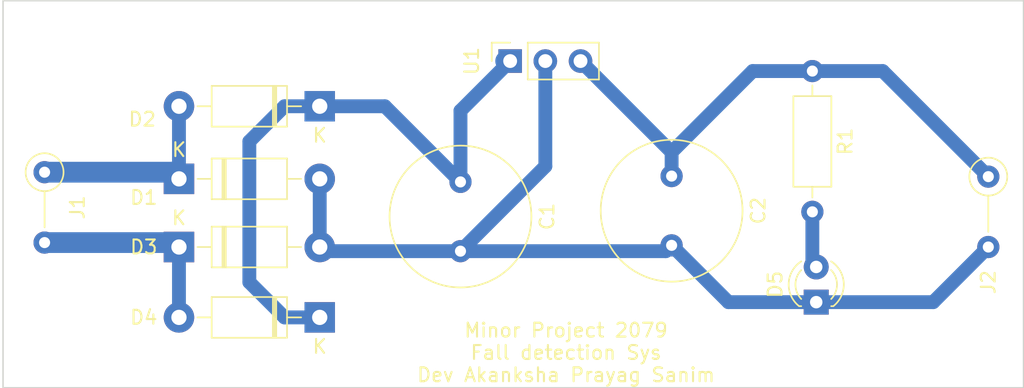
<source format=kicad_pcb>
(kicad_pcb (version 20211014) (generator pcbnew)
  (title_block (title "Bridge Restifier and Regulator"))
  (layers (0 "F.Cu" signal) (31 "B.Cu" signal) (34 "B.Paste" user) (35 "F.Paste" user) (36 "B.SilkS" user "B.Silkscreen") (37 "F.SilkS" user "F.Silkscreen") (38 "B.Mask" user) (39 "F.Mask" user) (44 "Edge.Cuts" user))
  (net 0 "")
  (net 1 "Net-(D1-Pad1)")
  (net 2 "GND")
  (net 3 "unconnected-(C1-Pad1)")
  (net 4 "Net-(C2-Pad1)")
  (net 5 "Net-(D5-Pad2)")
  (net 6 "Net-(D3-Pad1)")
  (footprint "Resistor_THT:R_Axial_DIN0207_L6.3mm_D2.5mm_P5.08mm_Vertical" (layer "F.Cu") (at 139.7 121.92 -90)
    (fp_text reference "J2" (at 7.62 0 90) (layer "F.SilkS"))
    (fp_text value "Output")
    (fp_line (start 1.37 0) (end 3.98 0) (layer "F.SilkS") (width 0.12))
    (fp_circle (center 0 0) (end 1.37 0) (layer "F.SilkS") (width 0.12) (fill none))
    (pad "1" thru_hole circle (at 0 0 270) (size 1.6 1.6) (drill 0.8) (layers *.Cu *.Mask) (net 4 "Net-(C2-Pad1)"))
    (pad "2" thru_hole oval (at 5.08 0 270) (size 1.6 1.6) (drill 0.8) (layers *.Cu *.Mask) (net 2 "GND"))
  )
  (footprint "Resistor_THT:R_Axial_DIN0207_L6.3mm_D2.5mm_P5.08mm_Vertical" (layer "F.Cu") (at 71.58 121.6 -90)
    (fp_text reference "J1" (at 2.54 -2.37 90) (layer "F.SilkS"))
    (fp_text value "Input")
    (fp_line (start 1.37 0) (end 3.98 0) (layer "F.SilkS") (width 0.12))
    (fp_circle (center 0 0) (end 1.37 0) (layer "F.SilkS") (width 0.12) (fill none))
    (pad "1" thru_hole circle (at 0 0 270) (size 1.6 1.6) (drill 0.8) (layers *.Cu *.Mask) (net 1 "Net-(D1-Pad1)"))
    (pad "2" thru_hole oval (at 5.08 0 270) (size 1.6 1.6) (drill 0.8) (layers *.Cu *.Mask) (net 6 "Net-(D3-Pad1)"))
  )
  (footprint "LED_THT:LED_D3.0mm" (layer "F.Cu") (at 127.277858 130.979548 90)
    (fp_text reference "D5" (at 1.27 -2.96 90) (layer "F.SilkS"))
    (fp_text value "LED")
    (fp_line (start -0.29 1.08) (end -0.29 1.236) (layer "F.SilkS") (width 0.12))
    (fp_line (start -0.29 -1.236) (end -0.29 -1.08) (layer "F.SilkS") (width 0.12))
    (fp_arc (start 2.942335 1.078608) (mid 1.366487 1.987659) (end -0.29 1.235516) (layer "F.SilkS") (width 0.12))
    (fp_arc (start 0.229039 -1.08) (mid 1.270117 -1.5) (end 2.31113 -1.079837) (layer "F.SilkS") (width 0.12))
    (fp_arc (start 2.31113 1.079837) (mid 1.270117 1.5) (end 0.229039 1.08) (layer "F.SilkS") (width 0.12))
    (fp_arc (start -0.29 -1.235516) (mid 1.366487 -1.987659) (end 2.942335 -1.078608) (layer "F.SilkS") (width 0.12))
    (pad "1" thru_hole rect (at 0 0 90) (size 1.8 1.8) (drill 0.9) (layers *.Cu *.Mask) (net 2 "GND"))
    (pad "2" thru_hole circle (at 2.54 0 90) (size 1.8 1.8) (drill 0.9) (layers *.Cu *.Mask) (net 5 "Net-(D5-Pad2)"))
  )
  (footprint "Capacitor_THT:C_Radial_D10.0mm_H20.0mm_P5.00mm" (layer "F.Cu") (at 101.6 122.3 -90)
    (fp_text reference "C1" (at 2.5 -6.25 -90) (layer "F.SilkS"))
    (fp_text value "1000uF")
    (fp_circle (center 2.5 0) (end 7.62 0) (layer "F.SilkS") (width 0.12) (fill none))
    (pad "1" thru_hole circle (at 0 0 270) (size 1.6 1.6) (drill 0.8) (layers *.Cu *.Mask) (net 3 "unconnected-(C1-Pad1)"))
    (pad "2" thru_hole circle (at 5 0 270) (size 1.6 1.6) (drill 0.8) (layers *.Cu *.Mask) (net 2 "GND"))
  )
  (footprint "Connector_PinSocket_2.54mm:PinSocket_1x03_P2.54mm_Vertical" (layer "F.Cu") (at 105.185 113.5775 90)
    (fp_text reference "U1" (at 0 -2.77 90) (layer "F.SilkS"))
    (fp_text value "L7805")
    (fp_line (start 1.33 -1.33) (end 1.33 0) (layer "F.SilkS") (width 0.12))
    (fp_line (start -1.33 6.41) (end 1.33 6.41) (layer "F.SilkS") (width 0.12))
    (fp_line (start 0 -1.33) (end 1.33 -1.33) (layer "F.SilkS") (width 0.12))
    (fp_line (start -1.33 1.27) (end -1.33 6.41) (layer "F.SilkS") (width 0.12))
    (fp_line (start -1.33 1.27) (end 1.33 1.27) (layer "F.SilkS") (width 0.12))
    (fp_line (start 1.33 1.27) (end 1.33 6.41) (layer "F.SilkS") (width 0.12))
    (pad "1" thru_hole rect (at 0 0 90) (size 1.7 1.7) (drill 1) (layers *.Cu *.Mask) (net 3 "unconnected-(C1-Pad1)"))
    (pad "2" thru_hole oval (at 0 2.54 90) (size 1.7 1.7) (drill 1) (layers *.Cu *.Mask) (net 2 "GND"))
    (pad "3" thru_hole oval (at 0 5.08 90) (size 1.7 1.7) (drill 1) (layers *.Cu *.Mask) (net 4 "Net-(C2-Pad1)"))
  )
  (footprint "Diode_THT:D_DO-41_SOD81_P10.16mm_Horizontal" (layer "F.Cu") (at 81.28 127)
    (fp_text reference "D3" (at -2.54 0) (layer "F.SilkS"))
    (fp_text value "1N4007")
    (fp_text user "K" (at 0 -2.1) (layer "F.SilkS"))
    (fp_line (start 3.14 -1.47) (end 3.14 1.47) (layer "F.SilkS") (width 0.12))
    (fp_line (start 8.82 0) (end 7.8 0) (layer "F.SilkS") (width 0.12))
    (fp_line (start 3.38 -1.47) (end 3.38 1.47) (layer "F.SilkS") (width 0.12))
    (fp_line (start 7.8 -1.47) (end 2.36 -1.47) (layer "F.SilkS") (width 0.12))
    (fp_line (start 7.8 1.47) (end 7.8 -1.47) (layer "F.SilkS") (width 0.12))
    (fp_line (start 2.36 1.47) (end 7.8 1.47) (layer "F.SilkS") (width 0.12))
    (fp_line (start 1.34 0) (end 2.36 0) (layer "F.SilkS") (width 0.12))
    (fp_line (start 3.26 -1.47) (end 3.26 1.47) (layer "F.SilkS") (width 0.12))
    (fp_line (start 2.36 -1.47) (end 2.36 1.47) (layer "F.SilkS") (width 0.12))
    (pad "1" thru_hole rect (at 0 0) (size 2.2 2.2) (drill 1.1) (layers *.Cu *.Mask) (net 6 "Net-(D3-Pad1)"))
    (pad "2" thru_hole oval (at 10.16 0) (size 2.2 2.2) (drill 1.1) (layers *.Cu *.Mask) (net 2 "GND"))
  )
  (footprint "Capacitor_THT:C_Radial_D10.0mm_H20.0mm_P5.00mm" (layer "F.Cu") (at 116.84 121.88 -90)
    (fp_text reference "C2" (at 2.5 -6.25 -90) (layer "F.SilkS"))
    (fp_text value "1000uF")
    (fp_circle (center 2.5 0) (end 7.62 0) (layer "F.SilkS") (width 0.12) (fill none))
    (pad "1" thru_hole circle (at 0 0 270) (size 1.6 1.6) (drill 0.8) (layers *.Cu *.Mask) (net 4 "Net-(C2-Pad1)"))
    (pad "2" thru_hole circle (at 5 0 270) (size 1.6 1.6) (drill 0.8) (layers *.Cu *.Mask) (net 2 "GND"))
  )
  (footprint "Resistor_THT:R_Axial_DIN0207_L6.3mm_D2.5mm_P10.16mm_Horizontal" (layer "F.Cu") (at 127 114.3 -90)
    (fp_text reference "R1" (at 5.08 -2.37 90) (layer "F.SilkS"))
    (fp_text value "470")
    (fp_line (start 1.04 0) (end 1.81 0) (layer "F.SilkS") (width 0.12))
    (fp_line (start 9.12 0) (end 8.35 0) (layer "F.SilkS") (width 0.12))
    (fp_line (start 1.81 -1.37) (end 1.81 1.37) (layer "F.SilkS") (width 0.12))
    (fp_line (start 8.35 -1.37) (end 1.81 -1.37) (layer "F.SilkS") (width 0.12))
    (fp_line (start 8.35 1.37) (end 8.35 -1.37) (layer "F.SilkS") (width 0.12))
    (fp_line (start 1.81 1.37) (end 8.35 1.37) (layer "F.SilkS") (width 0.12))
    (pad "1" thru_hole circle (at 0 0 270) (size 1.6 1.6) (drill 0.8) (layers *.Cu *.Mask) (net 4 "Net-(C2-Pad1)"))
    (pad "2" thru_hole oval (at 10.16 0 270) (size 1.6 1.6) (drill 0.8) (layers *.Cu *.Mask) (net 5 "Net-(D5-Pad2)"))
  )
  (footprint "Diode_THT:D_DO-41_SOD81_P10.16mm_Horizontal" (layer "F.Cu") (at 91.44 116.84 180)
    (fp_text reference "D2" (at 12.81 -0.94) (layer "F.SilkS"))
    (fp_text value "1N4007")
    (fp_text user "K" (at 0 -2.1) (layer "F.SilkS"))
    (fp_line (start 2.36 1.47) (end 7.8 1.47) (layer "F.SilkS") (width 0.12))
    (fp_line (start 3.26 -1.47) (end 3.26 1.47) (layer "F.SilkS") (width 0.12))
    (fp_line (start 2.36 -1.47) (end 2.36 1.47) (layer "F.SilkS") (width 0.12))
    (fp_line (start 3.14 -1.47) (end 3.14 1.47) (layer "F.SilkS") (width 0.12))
    (fp_line (start 3.38 -1.47) (end 3.38 1.47) (layer "F.SilkS") (width 0.12))
    (fp_line (start 1.34 0) (end 2.36 0) (layer "F.SilkS") (width 0.12))
    (fp_line (start 7.8 1.47) (end 7.8 -1.47) (layer "F.SilkS") (width 0.12))
    (fp_line (start 7.8 -1.47) (end 2.36 -1.47) (layer "F.SilkS") (width 0.12))
    (fp_line (start 8.82 0) (end 7.8 0) (layer "F.SilkS") (width 0.12))
    (pad "1" thru_hole rect (at 0 0 180) (size 2.2 2.2) (drill 1.1) (layers *.Cu *.Mask) (net 3 "unconnected-(C1-Pad1)"))
    (pad "2" thru_hole oval (at 10.16 0 180) (size 2.2 2.2) (drill 1.1) (layers *.Cu *.Mask) (net 1 "Net-(D1-Pad1)"))
  )
  (footprint "Diode_THT:D_DO-41_SOD81_P10.16mm_Horizontal" (layer "F.Cu") (at 81.28 122.08)
    (fp_text reference "D1" (at -2.54 1.35) (layer "F.SilkS"))
    (fp_text value "1N4007")
    (fp_text user "K" (at 0 -2.1) (layer "F.SilkS"))
    (fp_line (start 8.82 0) (end 7.8 0) (layer "F.SilkS") (width 0.12))
    (fp_line (start 7.8 1.47) (end 7.8 -1.47) (layer "F.SilkS") (width 0.12))
    (fp_line (start 1.34 0) (end 2.36 0) (layer "F.SilkS") (width 0.12))
    (fp_line (start 2.36 -1.47) (end 2.36 1.47) (layer "F.SilkS") (width 0.12))
    (fp_line (start 7.8 -1.47) (end 2.36 -1.47) (layer "F.SilkS") (width 0.12))
    (fp_line (start 3.38 -1.47) (end 3.38 1.47) (layer "F.SilkS") (width 0.12))
    (fp_line (start 3.14 -1.47) (end 3.14 1.47) (layer "F.SilkS") (width 0.12))
    (fp_line (start 2.36 1.47) (end 7.8 1.47) (layer "F.SilkS") (width 0.12))
    (fp_line (start 3.26 -1.47) (end 3.26 1.47) (layer "F.SilkS") (width 0.12))
    (pad "1" thru_hole rect (at 0 0) (size 2.2 2.2) (drill 1.1) (layers *.Cu *.Mask) (net 1 "Net-(D1-Pad1)"))
    (pad "2" thru_hole oval (at 10.16 0) (size 2.2 2.2) (drill 1.1) (layers *.Cu *.Mask) (net 2 "GND"))
  )
  (footprint "Diode_THT:D_DO-41_SOD81_P10.16mm_Horizontal" (layer "F.Cu") (at 91.44 132.08 180)
    (fp_text reference "D4" (at 12.7 0) (layer "F.SilkS"))
    (fp_text value "1N4007")
    (fp_text user "K" (at 0 -2.1) (layer "F.SilkS"))
    (fp_line (start 7.8 -1.47) (end 2.36 -1.47) (layer "F.SilkS") (width 0.12))
    (fp_line (start 3.38 -1.47) (end 3.38 1.47) (layer "F.SilkS") (width 0.12))
    (fp_line (start 2.36 1.47) (end 7.8 1.47) (layer "F.SilkS") (width 0.12))
    (fp_line (start 2.36 -1.47) (end 2.36 1.47) (layer "F.SilkS") (width 0.12))
    (fp_line (start 3.26 -1.47) (end 3.26 1.47) (layer "F.SilkS") (width 0.12))
    (fp_line (start 3.14 -1.47) (end 3.14 1.47) (layer "F.SilkS") (width 0.12))
    (fp_line (start 1.34 0) (end 2.36 0) (layer "F.SilkS") (width 0.12))
    (fp_line (start 7.8 1.47) (end 7.8 -1.47) (layer "F.SilkS") (width 0.12))
    (fp_line (start 8.82 0) (end 7.8 0) (layer "F.SilkS") (width 0.12))
    (pad "1" thru_hole rect (at 0 0 180) (size 2.2 2.2) (drill 1.1) (layers *.Cu *.Mask) (net 3 "unconnected-(C1-Pad1)"))
    (pad "2" thru_hole oval (at 10.16 0 180) (size 2.2 2.2) (drill 1.1) (layers *.Cu *.Mask) (net 6 "Net-(D3-Pad1)"))
  )
  (gr_rect (start 68.58 109.22) (end 142.24 137.16) (layer "Edge.Cuts") (width 0.1) (fill none))
  (gr_text "Minor Project 2079\nFall detection Sys\nDev Akanksha Prayag Sanim" (at 109.22 134.62) (layer "F.SilkS") (effects (font (size 1 1))))
  (segment (start 80.8 121.6) (end 81.28 122.08) (width 1.5) (layer "B.Cu") (net 1))
  (segment (start 71.58 121.6) (end 80.8 121.6) (width 1.5) (layer "B.Cu") (net 1))
  (segment (start 81.28 116.84) (end 81.28 122.08) (width 1) (layer "B.Cu") (net 1))
  (segment (start 91.74 127.3) (end 91.44 127) (width 1) (layer "B.Cu") (net 2))
  (segment (start 101.6 127.3) (end 91.74 127.3) (width 1) (layer "B.Cu") (net 2))
  (segment (start 127.277858 130.979548) (end 135.720452 130.979548) (width 1) (layer "B.Cu") (net 2))
  (segment (start 107.725 121.175) (end 101.6 127.3) (width 1) (layer "B.Cu") (net 2))
  (segment (start 116.42 127.3) (end 116.84 126.88) (width 1) (layer "B.Cu") (net 2))
  (segment (start 91.65 126.79) (end 91.44 127) (width 0.25) (layer "B.Cu") (net 2))
  (segment (start 135.720452 130.979548) (end 139.7 127) (width 1) (layer "B.Cu") (net 2))
  (segment (start 101.6 127.3) (end 116.42 127.3) (width 1) (layer "B.Cu") (net 2))
  (segment (start 120.939548 130.979548) (end 116.84 126.88) (width 1) (layer "B.Cu") (net 2))
  (segment (start 91.44 122.08) (end 91.44 127) (width 1) (layer "B.Cu") (net 2))
  (segment (start 127.277858 130.979548) (end 120.939548 130.979548) (width 1) (layer "B.Cu") (net 2))
  (segment (start 107.725 113.5775) (end 107.725 121.175) (width 1) (layer "B.Cu") (net 2))
  (segment (start 96.14 116.84) (end 101.6 122.3) (width 1) (layer "B.Cu") (net 3))
  (segment (start 105.185 113.5775) (end 104.8625 113.5775) (width 1.5) (layer "B.Cu") (net 3))
  (segment (start 88.9 116.84) (end 91.44 116.84) (width 1) (layer "B.Cu") (net 3))
  (segment (start 91.44 132.08) (end 88.9 132.08) (width 1) (layer "B.Cu") (net 3))
  (segment (start 86.36 129.54) (end 86.36 119.38) (width 1) (layer "B.Cu") (net 3))
  (segment (start 86.36 119.38) (end 88.9 116.84) (width 1) (layer "B.Cu") (net 3))
  (segment (start 88.9 132.08) (end 86.36 129.54) (width 1) (layer "B.Cu") (net 3))
  (segment (start 91.44 116.84) (end 96.14 116.84) (width 1) (layer "B.Cu") (net 3))
  (segment (start 101.6 122.3) (end 101.6 117.1625) (width 1) (layer "B.Cu") (net 3))
  (segment (start 101.6 117.1625) (end 105.185 113.5775) (width 1) (layer "B.Cu") (net 3))
  (segment (start 116.84 120.1525) (end 116.84 121.88) (width 1) (layer "B.Cu") (net 4))
  (segment (start 122.6925 114.3) (end 116.84 120.1525) (width 1) (layer "B.Cu") (net 4))
  (segment (start 139.7 121.92) (end 132.08 114.3) (width 1) (layer "B.Cu") (net 4))
  (segment (start 132.08 114.3) (end 127 114.3) (width 1) (layer "B.Cu") (net 4))
  (segment (start 127 114.3) (end 122.6925 114.3) (width 1) (layer "B.Cu") (net 4))
  (segment (start 110.265 113.5775) (end 116.84 120.1525) (width 1) (layer "B.Cu") (net 4))
  (segment (start 127 128.16169) (end 127.277858 128.439548) (width 1) (layer "B.Cu") (net 5))
  (segment (start 127 124.46) (end 127 128.16169) (width 1) (layer "B.Cu") (net 5))
  (segment (start 80.96 126.68) (end 81.28 127) (width 1) (layer "B.Cu") (net 6))
  (segment (start 71.58 126.68) (end 80.96 126.68) (width 1.5) (layer "B.Cu") (net 6))
  (segment (start 81.28 127) (end 81.28 132.08) (width 1) (layer "B.Cu") (net 6))
)
</source>
